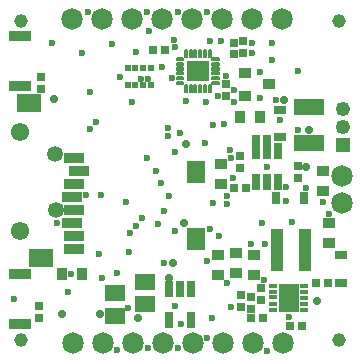
<source format=gbs>
G75*
G70*
%OFA0B0*%
%FSLAX24Y24*%
%IPPOS*%
%LPD*%
%AMOC8*
5,1,8,0,0,1.08239X$1,22.5*
%
%ADD10C,0.0453*%
%ADD11R,0.0295X0.0256*%
%ADD12R,0.0394X0.0394*%
%ADD13C,0.0069*%
%ADD14R,0.0748X0.0689*%
%ADD15R,0.0256X0.0295*%
%ADD16R,0.0197X0.0197*%
%ADD17R,0.0492X0.0492*%
%ADD18C,0.0492*%
%ADD19R,0.0413X0.0374*%
%ADD20R,0.0276X0.0531*%
%ADD21R,0.1043X0.0531*%
%ADD22R,0.0386X0.0307*%
%ADD23R,0.0307X0.0386*%
%ADD24R,0.0374X0.0413*%
%ADD25R,0.0256X0.0177*%
%ADD26R,0.0659X0.0959*%
%ADD27R,0.0445X0.1398*%
%ADD28C,0.0610*%
%ADD29C,0.0531*%
%ADD30R,0.0728X0.0374*%
%ADD31C,0.0719*%
%ADD32R,0.0650X0.0374*%
%ADD33R,0.0610X0.0768*%
%ADD34R,0.0807X0.0610*%
%ADD35R,0.0650X0.0571*%
%ADD36C,0.0236*%
%ADD37C,0.0276*%
D10*
X002762Y004489D03*
X002762Y015119D03*
X013392Y015119D03*
X013392Y004489D03*
D11*
X010766Y005831D03*
X010451Y005930D03*
X010105Y005993D03*
X010105Y005599D03*
X010451Y005536D03*
X010766Y006225D03*
X012010Y009898D03*
X012010Y010292D03*
X010081Y010237D03*
X010081Y010630D03*
X009616Y012634D03*
X009616Y013028D03*
X009880Y014016D03*
X010191Y014052D03*
X010191Y014445D03*
X009880Y014410D03*
X003439Y013248D03*
X003439Y012855D03*
X003376Y005619D03*
X003376Y005225D03*
D12*
X008668Y013465D03*
D13*
X008711Y013943D02*
X008711Y014169D01*
X008781Y014169D01*
X008781Y013943D01*
X008711Y013943D01*
X008711Y014011D02*
X008781Y014011D01*
X008781Y014079D02*
X008711Y014079D01*
X008711Y014147D02*
X008781Y014147D01*
X008869Y014169D02*
X008869Y013943D01*
X008869Y014169D02*
X008939Y014169D01*
X008939Y013943D01*
X008869Y013943D01*
X008869Y014011D02*
X008939Y014011D01*
X008939Y014079D02*
X008869Y014079D01*
X008869Y014147D02*
X008939Y014147D01*
X009026Y014169D02*
X009026Y013943D01*
X009026Y014169D02*
X009096Y014169D01*
X009096Y013943D01*
X009026Y013943D01*
X009026Y014011D02*
X009096Y014011D01*
X009096Y014079D02*
X009026Y014079D01*
X009026Y014147D02*
X009096Y014147D01*
X009145Y013824D02*
X009371Y013824D01*
X009145Y013824D02*
X009145Y013894D01*
X009371Y013894D01*
X009371Y013824D01*
X009371Y013892D02*
X009145Y013892D01*
X009145Y013666D02*
X009371Y013666D01*
X009145Y013666D02*
X009145Y013736D01*
X009371Y013736D01*
X009371Y013666D01*
X009371Y013734D02*
X009145Y013734D01*
X009145Y013509D02*
X009371Y013509D01*
X009145Y013509D02*
X009145Y013579D01*
X009371Y013579D01*
X009371Y013509D01*
X009371Y013577D02*
X009145Y013577D01*
X009145Y013351D02*
X009371Y013351D01*
X009145Y013351D02*
X009145Y013421D01*
X009371Y013421D01*
X009371Y013351D01*
X009371Y013419D02*
X009145Y013419D01*
X009145Y013194D02*
X009371Y013194D01*
X009145Y013194D02*
X009145Y013264D01*
X009371Y013264D01*
X009371Y013194D01*
X009371Y013262D02*
X009145Y013262D01*
X009145Y013036D02*
X009371Y013036D01*
X009145Y013036D02*
X009145Y013106D01*
X009371Y013106D01*
X009371Y013036D01*
X009371Y013104D02*
X009145Y013104D01*
X009096Y012987D02*
X009096Y012761D01*
X009026Y012761D01*
X009026Y012987D01*
X009096Y012987D01*
X009096Y012829D02*
X009026Y012829D01*
X009026Y012897D02*
X009096Y012897D01*
X009096Y012965D02*
X009026Y012965D01*
X008939Y012987D02*
X008939Y012761D01*
X008869Y012761D01*
X008869Y012987D01*
X008939Y012987D01*
X008939Y012829D02*
X008869Y012829D01*
X008869Y012897D02*
X008939Y012897D01*
X008939Y012965D02*
X008869Y012965D01*
X008781Y012987D02*
X008781Y012761D01*
X008711Y012761D01*
X008711Y012987D01*
X008781Y012987D01*
X008781Y012829D02*
X008711Y012829D01*
X008711Y012897D02*
X008781Y012897D01*
X008781Y012965D02*
X008711Y012965D01*
X008624Y012987D02*
X008624Y012761D01*
X008554Y012761D01*
X008554Y012987D01*
X008624Y012987D01*
X008624Y012829D02*
X008554Y012829D01*
X008554Y012897D02*
X008624Y012897D01*
X008624Y012965D02*
X008554Y012965D01*
X008466Y012987D02*
X008466Y012761D01*
X008396Y012761D01*
X008396Y012987D01*
X008466Y012987D01*
X008466Y012829D02*
X008396Y012829D01*
X008396Y012897D02*
X008466Y012897D01*
X008466Y012965D02*
X008396Y012965D01*
X008309Y012987D02*
X008309Y012761D01*
X008239Y012761D01*
X008239Y012987D01*
X008309Y012987D01*
X008309Y012829D02*
X008239Y012829D01*
X008239Y012897D02*
X008309Y012897D01*
X008309Y012965D02*
X008239Y012965D01*
X008190Y013106D02*
X007964Y013106D01*
X008190Y013106D02*
X008190Y013036D01*
X007964Y013036D01*
X007964Y013106D01*
X007964Y013104D02*
X008190Y013104D01*
X008190Y013264D02*
X007964Y013264D01*
X008190Y013264D02*
X008190Y013194D01*
X007964Y013194D01*
X007964Y013264D01*
X007964Y013262D02*
X008190Y013262D01*
X008190Y013421D02*
X007964Y013421D01*
X008190Y013421D02*
X008190Y013351D01*
X007964Y013351D01*
X007964Y013421D01*
X007964Y013419D02*
X008190Y013419D01*
X008190Y013579D02*
X007964Y013579D01*
X008190Y013579D02*
X008190Y013509D01*
X007964Y013509D01*
X007964Y013579D01*
X007964Y013577D02*
X008190Y013577D01*
X008190Y013736D02*
X007964Y013736D01*
X008190Y013736D02*
X008190Y013666D01*
X007964Y013666D01*
X007964Y013736D01*
X007964Y013734D02*
X008190Y013734D01*
X008190Y013894D02*
X007964Y013894D01*
X008190Y013894D02*
X008190Y013824D01*
X007964Y013824D01*
X007964Y013894D01*
X007964Y013892D02*
X008190Y013892D01*
X008239Y013943D02*
X008239Y014169D01*
X008309Y014169D01*
X008309Y013943D01*
X008239Y013943D01*
X008239Y014011D02*
X008309Y014011D01*
X008309Y014079D02*
X008239Y014079D01*
X008239Y014147D02*
X008309Y014147D01*
X008396Y014169D02*
X008396Y013943D01*
X008396Y014169D02*
X008466Y014169D01*
X008466Y013943D01*
X008396Y013943D01*
X008396Y014011D02*
X008466Y014011D01*
X008466Y014079D02*
X008396Y014079D01*
X008396Y014147D02*
X008466Y014147D01*
X008554Y014169D02*
X008554Y013943D01*
X008554Y014169D02*
X008624Y014169D01*
X008624Y013943D01*
X008554Y013943D01*
X008554Y014011D02*
X008624Y014011D01*
X008624Y014079D02*
X008554Y014079D01*
X008554Y014147D02*
X008624Y014147D01*
D14*
X008668Y013465D03*
D15*
X007561Y014174D03*
X007168Y014174D03*
X010593Y011209D03*
X010986Y011209D03*
X010278Y009556D03*
X009884Y009556D03*
X012624Y006382D03*
X013018Y006382D03*
X012152Y004953D03*
X011758Y004953D03*
X010829Y005213D03*
X010435Y005213D03*
D16*
X007103Y013002D03*
X006847Y013002D03*
X006591Y013002D03*
X006335Y013002D03*
X006335Y013573D03*
X006591Y013573D03*
X006847Y013573D03*
X007103Y013573D03*
D17*
X013498Y011000D03*
D18*
X013498Y011591D03*
X013498Y012181D03*
D19*
X012849Y010126D03*
X012849Y009457D03*
X013034Y008394D03*
X013034Y007725D03*
X010534Y007323D03*
X009943Y007382D03*
X009353Y007343D03*
X009353Y006674D03*
X009943Y006713D03*
X010534Y006654D03*
X009451Y009689D03*
X009451Y010359D03*
X010231Y012638D03*
X010231Y013386D03*
X011057Y013012D03*
D20*
X010977Y010800D03*
X010609Y010800D03*
X011357Y010800D03*
X011357Y009776D03*
X010983Y009776D03*
X010609Y009776D03*
X008451Y006182D03*
X008077Y006182D03*
X007703Y006182D03*
X007703Y005158D03*
X008451Y005158D03*
D21*
X012384Y011074D03*
X012384Y012274D03*
D22*
X011408Y012162D03*
X011408Y011256D03*
X013447Y007311D03*
X013447Y006406D03*
D23*
X012195Y009237D03*
X011290Y009237D03*
D24*
X010738Y011933D03*
X010069Y011933D03*
X004809Y006693D03*
X004140Y006693D03*
D25*
X011173Y006296D03*
X011173Y006099D03*
X011173Y005912D03*
X011173Y005705D03*
X011173Y005508D03*
X012217Y005508D03*
X012217Y005705D03*
X012217Y005902D03*
X012217Y006089D03*
X012217Y006296D03*
D26*
X011695Y005902D03*
D27*
X011297Y007500D03*
X012242Y007500D03*
D28*
X002738Y008126D03*
X002738Y011414D03*
D29*
X003920Y010705D03*
X003939Y008835D03*
D30*
X002742Y006693D03*
X002742Y005040D03*
X002727Y012969D03*
X002727Y014622D03*
D31*
X004490Y015201D03*
X005490Y015201D03*
X006490Y015201D03*
X007490Y015201D03*
X008490Y015201D03*
X009490Y015201D03*
X010490Y015201D03*
X011490Y015201D03*
X013475Y009949D03*
X013475Y009048D03*
X011498Y004382D03*
X010498Y004382D03*
X009498Y004382D03*
X008498Y004382D03*
X007498Y004382D03*
X006498Y004382D03*
X005498Y004382D03*
X004498Y004382D03*
D32*
X004553Y007536D03*
X004553Y007969D03*
X004475Y008402D03*
X004553Y008835D03*
X004475Y009268D03*
X004553Y009701D03*
X004711Y010134D03*
X004553Y010567D03*
D33*
X008609Y010099D03*
X008609Y007855D03*
D34*
X003431Y007225D03*
X003038Y012402D03*
D35*
X006896Y006437D03*
X006896Y005689D03*
X005912Y006044D03*
X005912Y005296D03*
D36*
X006345Y005552D03*
X005479Y006575D03*
X005990Y006733D03*
X006384Y007441D03*
X006423Y008071D03*
X006620Y008307D03*
X006817Y008544D03*
X007329Y008347D03*
X007526Y008780D03*
X007723Y009292D03*
X007447Y009725D03*
X007290Y010119D03*
X006975Y010552D03*
X007683Y011300D03*
X007683Y011575D03*
X008077Y011378D03*
X007920Y010748D03*
X008904Y011063D03*
X009179Y011654D03*
X009534Y011693D03*
X009888Y012441D03*
X009888Y012835D03*
X009337Y012638D03*
X008943Y012441D03*
X008274Y012461D03*
X007801Y013229D03*
X007486Y013583D03*
X007014Y013209D03*
X006778Y013209D03*
X006069Y013268D03*
X006463Y012441D03*
X005282Y011772D03*
X005085Y011536D03*
X005085Y012756D03*
X004809Y014056D03*
X005794Y014370D03*
X006620Y014095D03*
X007053Y014804D03*
X006975Y015433D03*
X007880Y014489D03*
X007920Y014252D03*
X009061Y014449D03*
X009455Y014449D03*
X008983Y015433D03*
X007998Y015433D03*
X009612Y013307D03*
X010479Y014056D03*
X010479Y014410D03*
X011148Y014410D03*
X011148Y013819D03*
X010754Y013426D03*
X010754Y012559D03*
X011266Y012481D03*
X011423Y011811D03*
X012014Y011496D03*
X010990Y010276D03*
X011620Y009607D03*
X011620Y009134D03*
X011817Y008426D03*
X010912Y007678D03*
X010439Y007678D03*
X010794Y008386D03*
X009652Y009016D03*
X009652Y009292D03*
X009179Y009056D03*
X009061Y008189D03*
X009376Y007953D03*
X008983Y007126D03*
X009652Y006378D03*
X009770Y005591D03*
X009140Y005237D03*
X008983Y004567D03*
X008116Y005040D03*
X007920Y005630D03*
X007998Y004213D03*
X007014Y004213D03*
X005990Y004174D03*
X004337Y006103D03*
X004455Y006693D03*
X005360Y007363D03*
X003983Y008386D03*
X004927Y009331D03*
X005439Y009331D03*
X006266Y009095D03*
X007920Y008111D03*
X007526Y007048D03*
X009849Y009882D03*
X009770Y010552D03*
X009731Y010827D03*
X012290Y009567D03*
X012841Y009095D03*
X013038Y008701D03*
X010872Y006496D03*
X011699Y005276D03*
X010990Y004134D03*
X002526Y005867D03*
X003825Y014410D03*
X005006Y015433D03*
X012014Y013465D03*
D37*
X011542Y012481D03*
X012368Y011496D03*
X012290Y010276D03*
X008274Y011024D03*
X008195Y008386D03*
X007841Y007048D03*
X007723Y006575D03*
X006660Y005237D03*
X005400Y005355D03*
X004140Y005355D03*
X003864Y012520D03*
X012644Y005788D03*
M02*

</source>
